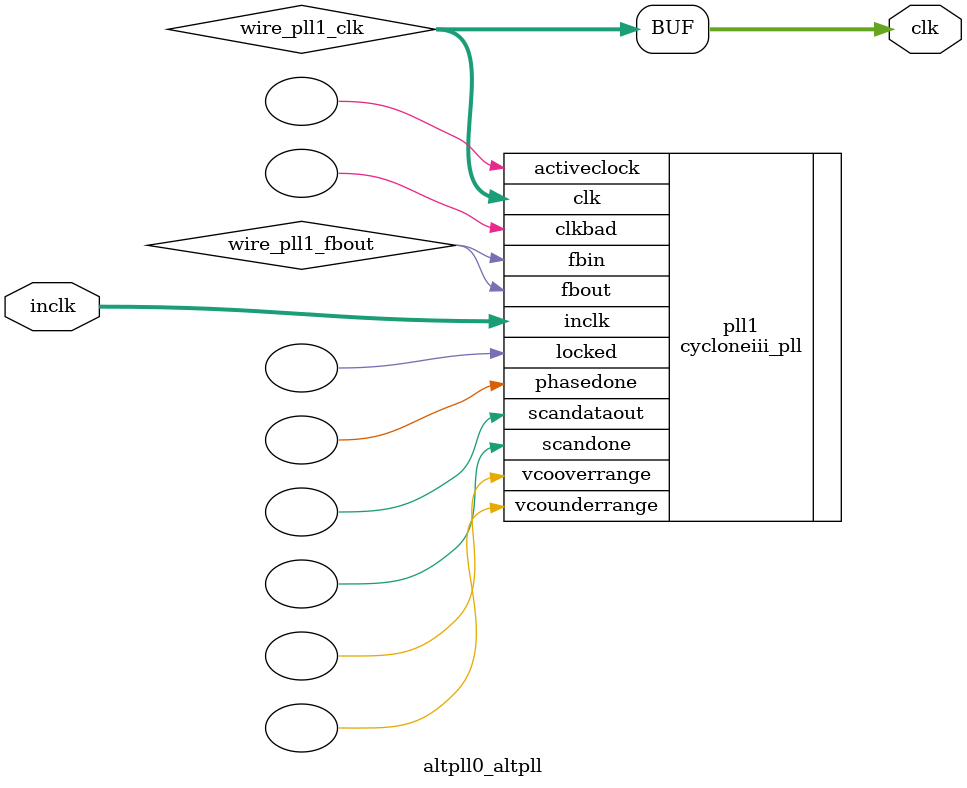
<source format=v>






//synthesis_resources = cycloneiii_pll 1 
//synopsys translate_off
`timescale 1 ps / 1 ps
//synopsys translate_on
module  altpll0_altpll
	( 
	clk,
	inclk) /* synthesis synthesis_clearbox=1 */;
	output   [4:0]  clk;
	input   [1:0]  inclk;
`ifndef ALTERA_RESERVED_QIS
// synopsys translate_off
`endif
	tri0   [1:0]  inclk;
`ifndef ALTERA_RESERVED_QIS
// synopsys translate_on
`endif

	wire  [4:0]   wire_pll1_clk;
	wire  wire_pll1_fbout;

	cycloneiii_pll   pll1
	( 
	.activeclock(),
	.clk(wire_pll1_clk),
	.clkbad(),
	.fbin(wire_pll1_fbout),
	.fbout(wire_pll1_fbout),
	.inclk(inclk),
	.locked(),
	.phasedone(),
	.scandataout(),
	.scandone(),
	.vcooverrange(),
	.vcounderrange()
	`ifndef FORMAL_VERIFICATION
	// synopsys translate_off
	`endif
	,
	.areset(1'b0),
	.clkswitch(1'b0),
	.configupdate(1'b0),
	.pfdena(1'b1),
	.phasecounterselect({3{1'b0}}),
	.phasestep(1'b0),
	.phaseupdown(1'b0),
	.scanclk(1'b0),
	.scanclkena(1'b1),
	.scandata(1'b0)
	`ifndef FORMAL_VERIFICATION
	// synopsys translate_on
	`endif
	);
	defparam
		pll1.bandwidth_type = "auto",
		pll1.clk0_divide_by = 15625,
		pll1.clk0_duty_cycle = 50,
		pll1.clk0_multiply_by = 6912,
		pll1.clk0_phase_shift = "0",
		pll1.clk1_divide_by = 500,
		pll1.clk1_duty_cycle = 50,
		pll1.clk1_multiply_by = 663,
		pll1.clk1_phase_shift = "0",
		pll1.compensate_clock = "clk0",
		pll1.inclk0_input_frequency = 20000,
		pll1.operation_mode = "normal",
		pll1.pll_type = "auto",
		pll1.lpm_type = "cycloneiii_pll";
	assign
		clk = {wire_pll1_clk[4:0]};
endmodule //altpll0_altpll
//VALID FILE

</source>
